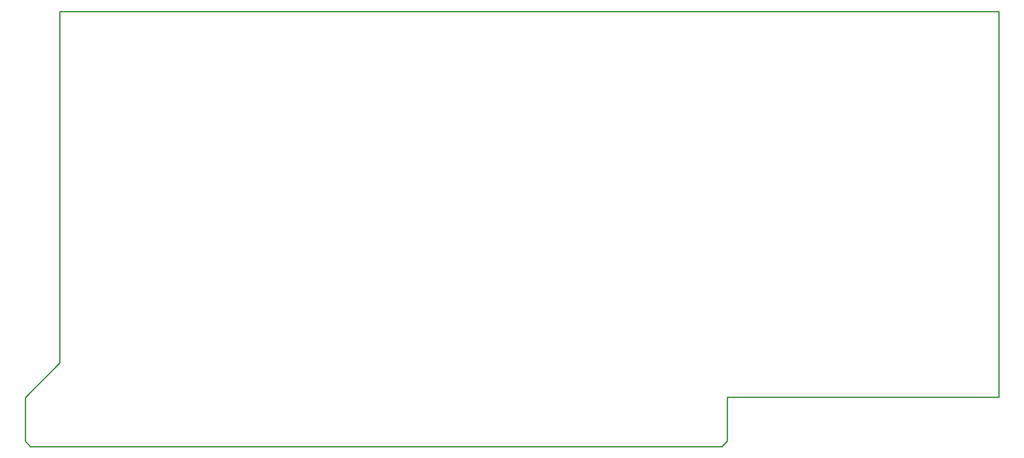
<source format=gko>
G04 EAGLE Gerber RS-274X export*
G75*
%MOMM*%
%FSLAX34Y34*%
%LPD*%
%INBoard Outline*%
%IPPOS*%
%AMOC8*
5,1,8,0,0,1.08239X$1,22.5*%
G01*
%ADD10C,0.000000*%
%ADD11C,0.254000*%


D10*
X17145Y0D02*
X1293495Y0D01*
X1303020Y10160D01*
X1303020Y91440D01*
X1804880Y91450D01*
X1804880Y803910D01*
X71323Y803910D01*
X71323Y154508D01*
X7620Y90170D01*
X7620Y10160D01*
X17145Y0D01*
D11*
X7620Y10160D02*
X17145Y0D01*
X1293495Y0D01*
X1303020Y10160D01*
X1303020Y91440D01*
X1804880Y91450D01*
X1804880Y803910D01*
X71323Y803910D01*
X71323Y154508D01*
X7620Y90170D01*
X7620Y10160D01*
M02*

</source>
